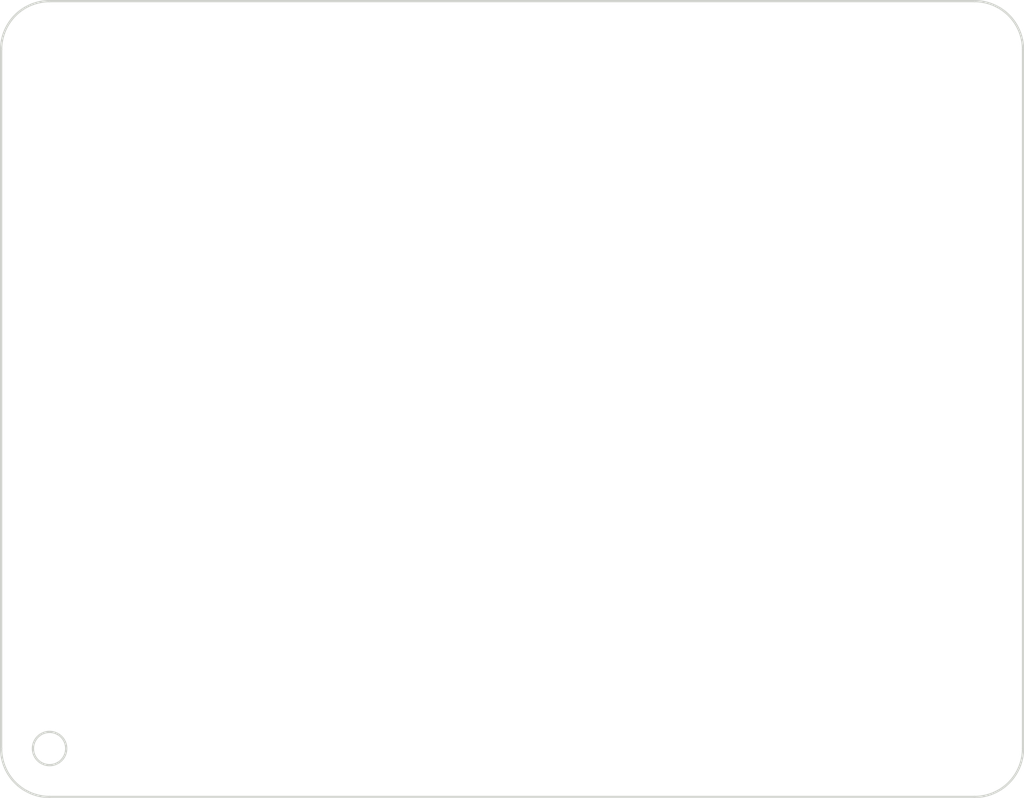
<source format=kicad_pcb>
(kicad_pcb (version 20171130) (host pcbnew "(5.0.0)")

  (general
    (thickness 1.6)
    (drawings 10)
    (tracks 0)
    (zones 0)
    (modules 0)
    (nets 1)
  )

  (page A4)
  (layers
    (0 F.Cu signal)
    (31 B.Cu signal)
    (32 B.Adhes user)
    (33 F.Adhes user)
    (34 B.Paste user)
    (35 F.Paste user)
    (36 B.SilkS user)
    (37 F.SilkS user)
    (38 B.Mask user)
    (39 F.Mask user)
    (40 Dwgs.User user)
    (41 Cmts.User user)
    (42 Eco1.User user)
    (43 Eco2.User user)
    (44 Edge.Cuts user)
    (45 Margin user)
    (46 B.CrtYd user)
    (47 F.CrtYd user)
    (48 B.Fab user hide)
    (49 F.Fab user)
  )

  (setup
    (last_trace_width 0.2)
    (trace_clearance 0.15)
    (zone_clearance 0.2)
    (zone_45_only no)
    (trace_min 0.2)
    (segment_width 0.15)
    (edge_width 0.15)
    (via_size 0.8)
    (via_drill 0.4)
    (via_min_size 0.4)
    (via_min_drill 0.3)
    (uvia_size 0.3)
    (uvia_drill 0.1)
    (uvias_allowed no)
    (uvia_min_size 0.2)
    (uvia_min_drill 0.1)
    (pcb_text_width 0.3)
    (pcb_text_size 1.5 1.5)
    (mod_edge_width 0.15)
    (mod_text_size 1 1)
    (mod_text_width 0.15)
    (pad_size 1.5 0.28)
    (pad_drill 0)
    (pad_to_mask_clearance 0.2)
    (aux_axis_origin 0 0)
    (visible_elements 7EFFFFFF)
    (pcbplotparams
      (layerselection 0x010fc_ffffffff)
      (usegerberextensions true)
      (usegerberattributes false)
      (usegerberadvancedattributes false)
      (creategerberjobfile false)
      (excludeedgelayer true)
      (linewidth 0.100000)
      (plotframeref false)
      (viasonmask false)
      (mode 1)
      (useauxorigin true)
      (hpglpennumber 1)
      (hpglpenspeed 20)
      (hpglpendiameter 15.000000)
      (psnegative false)
      (psa4output false)
      (plotreference true)
      (plotvalue true)
      (plotinvisibletext false)
      (padsonsilk false)
      (subtractmaskfromsilk false)
      (outputformat 1)
      (mirror false)
      (drillshape 0)
      (scaleselection 1)
      (outputdirectory "Gerber"))
  )

  (net 0 "")

  (net_class Default "これは標準のネット クラスです。"
    (clearance 0.15)
    (trace_width 0.2)
    (via_dia 0.8)
    (via_drill 0.4)
    (uvia_dia 0.3)
    (uvia_drill 0.1)
    (diff_pair_gap 0.15)
    (diff_pair_width 0.2)
  )

  (net_class POWER ""
    (clearance 0.2)
    (trace_width 0.8)
    (via_dia 0.8)
    (via_drill 0.4)
    (uvia_dia 0.3)
    (uvia_drill 0.1)
    (diff_pair_gap 0.15)
    (diff_pair_width 0.2)
  )

  (net_class TMDS ""
    (clearance 0.15)
    (trace_width 0.2)
    (via_dia 0.8)
    (via_drill 0.4)
    (uvia_dia 0.3)
    (uvia_drill 0.1)
    (diff_pair_gap 0.15)
    (diff_pair_width 0.2)
  )

  (net_class TMDS_FPGA ""
    (clearance 0.15)
    (trace_width 0.2)
    (via_dia 0.8)
    (via_drill 0.4)
    (uvia_dia 0.3)
    (uvia_drill 0.1)
    (diff_pair_gap 0.15)
    (diff_pair_width 0.2)
  )

  (net_class UIM ""
    (clearance 0.15)
    (trace_width 0.3)
    (via_dia 0.8)
    (via_drill 0.4)
    (uvia_dia 0.3)
    (uvia_drill 0.1)
    (diff_pair_gap 0.15)
    (diff_pair_width 0.22)
  )

  (gr_line (start 0 -41.85) (end 67.5 -41.85) (layer F.Fab) (width 0.15) (tstamp 5EC423A3))
  (gr_arc (start 64.3 -49.4) (end 64.3 -52.6) (angle 90) (layer Edge.Cuts) (width 0.15))
  (gr_line (start 3.2 -52.6) (end 64.3 -52.6) (layer Edge.Cuts) (width 0.15) (tstamp 5EC422EC))
  (gr_line (start 67.5 -3.2) (end 67.5 -49.4) (layer Edge.Cuts) (width 0.15) (tstamp 5EC422BC))
  (gr_arc (start 3.2 -49.4) (end 0 -49.4) (angle 90) (layer Edge.Cuts) (width 0.15) (tstamp 5EC4223F))
  (gr_arc (start 64.3 -3.2) (end 64.3 0) (angle -90) (layer Edge.Cuts) (width 0.15))
  (gr_arc (start 3.2 -3.2) (end 0 -3.2) (angle -90) (layer Edge.Cuts) (width 0.15))
  (gr_circle (center 3.2 -3.2) (end 4.3 -3.2) (layer Edge.Cuts) (width 0.15))
  (gr_line (start 0 -3.2) (end 0 -49.4) (layer Edge.Cuts) (width 0.15))
  (gr_line (start 3.2 0) (end 64.3 0) (layer Edge.Cuts) (width 0.15))

)

</source>
